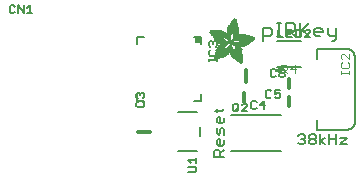
<source format=gbr>
G04 EAGLE Gerber RS-274X export*
G75*
%MOMM*%
%FSLAX34Y34*%
%LPD*%
%INSilkscreen Top*%
%IPPOS*%
%AMOC8*
5,1,8,0,0,1.08239X$1,22.5*%
G01*
%ADD10C,0.152400*%
%ADD11C,0.127000*%
%ADD12C,0.076200*%
%ADD13C,0.304800*%
%ADD14R,0.050800X0.006300*%
%ADD15R,0.082600X0.006400*%
%ADD16R,0.120600X0.006300*%
%ADD17R,0.139700X0.006400*%
%ADD18R,0.158800X0.006300*%
%ADD19R,0.177800X0.006400*%
%ADD20R,0.196800X0.006300*%
%ADD21R,0.215900X0.006400*%
%ADD22R,0.228600X0.006300*%
%ADD23R,0.241300X0.006400*%
%ADD24R,0.254000X0.006300*%
%ADD25R,0.266700X0.006400*%
%ADD26R,0.279400X0.006300*%
%ADD27R,0.285700X0.006400*%
%ADD28R,0.298400X0.006300*%
%ADD29R,0.311200X0.006400*%
%ADD30R,0.317500X0.006300*%
%ADD31R,0.330200X0.006400*%
%ADD32R,0.336600X0.006300*%
%ADD33R,0.349200X0.006400*%
%ADD34R,0.361900X0.006300*%
%ADD35R,0.368300X0.006400*%
%ADD36R,0.381000X0.006300*%
%ADD37R,0.387300X0.006400*%
%ADD38R,0.393700X0.006300*%
%ADD39R,0.406400X0.006400*%
%ADD40R,0.412700X0.006300*%
%ADD41R,0.419100X0.006400*%
%ADD42R,0.431800X0.006300*%
%ADD43R,0.438100X0.006400*%
%ADD44R,0.450800X0.006300*%
%ADD45R,0.457200X0.006400*%
%ADD46R,0.463500X0.006300*%
%ADD47R,0.476200X0.006400*%
%ADD48R,0.482600X0.006300*%
%ADD49R,0.488900X0.006400*%
%ADD50R,0.501600X0.006300*%
%ADD51R,0.508000X0.006400*%
%ADD52R,0.514300X0.006300*%
%ADD53R,0.527000X0.006400*%
%ADD54R,0.533400X0.006300*%
%ADD55R,0.546100X0.006400*%
%ADD56R,0.552400X0.006300*%
%ADD57R,0.558800X0.006400*%
%ADD58R,0.571500X0.006300*%
%ADD59R,0.577800X0.006400*%
%ADD60R,0.584200X0.006300*%
%ADD61R,0.596900X0.006400*%
%ADD62R,0.603200X0.006300*%
%ADD63R,0.609600X0.006400*%
%ADD64R,0.622300X0.006300*%
%ADD65R,0.628600X0.006400*%
%ADD66R,0.641300X0.006300*%
%ADD67R,0.647700X0.006400*%
%ADD68R,0.063500X0.006300*%
%ADD69R,0.654000X0.006300*%
%ADD70R,0.101600X0.006400*%
%ADD71R,0.666700X0.006400*%
%ADD72R,0.139700X0.006300*%
%ADD73R,0.673100X0.006300*%
%ADD74R,0.165100X0.006400*%
%ADD75R,0.679400X0.006400*%
%ADD76R,0.196900X0.006300*%
%ADD77R,0.692100X0.006300*%
%ADD78R,0.222200X0.006400*%
%ADD79R,0.698500X0.006400*%
%ADD80R,0.247700X0.006300*%
%ADD81R,0.704800X0.006300*%
%ADD82R,0.279400X0.006400*%
%ADD83R,0.717500X0.006400*%
%ADD84R,0.298500X0.006300*%
%ADD85R,0.723900X0.006300*%
%ADD86R,0.736600X0.006400*%
%ADD87R,0.342900X0.006300*%
%ADD88R,0.742900X0.006300*%
%ADD89R,0.374700X0.006400*%
%ADD90R,0.749300X0.006400*%
%ADD91R,0.762000X0.006300*%
%ADD92R,0.412700X0.006400*%
%ADD93R,0.768300X0.006400*%
%ADD94R,0.438100X0.006300*%
%ADD95R,0.774700X0.006300*%
%ADD96R,0.463600X0.006400*%
%ADD97R,0.787400X0.006400*%
%ADD98R,0.793700X0.006300*%
%ADD99R,0.495300X0.006400*%
%ADD100R,0.800100X0.006400*%
%ADD101R,0.520700X0.006300*%
%ADD102R,0.812800X0.006300*%
%ADD103R,0.533400X0.006400*%
%ADD104R,0.819100X0.006400*%
%ADD105R,0.558800X0.006300*%
%ADD106R,0.825500X0.006300*%
%ADD107R,0.577900X0.006400*%
%ADD108R,0.831800X0.006400*%
%ADD109R,0.596900X0.006300*%
%ADD110R,0.844500X0.006300*%
%ADD111R,0.616000X0.006400*%
%ADD112R,0.850900X0.006400*%
%ADD113R,0.635000X0.006300*%
%ADD114R,0.857200X0.006300*%
%ADD115R,0.654100X0.006400*%
%ADD116R,0.863600X0.006400*%
%ADD117R,0.666700X0.006300*%
%ADD118R,0.869900X0.006300*%
%ADD119R,0.685800X0.006400*%
%ADD120R,0.876300X0.006400*%
%ADD121R,0.882600X0.006300*%
%ADD122R,0.723900X0.006400*%
%ADD123R,0.889000X0.006400*%
%ADD124R,0.895300X0.006300*%
%ADD125R,0.755700X0.006400*%
%ADD126R,0.901700X0.006400*%
%ADD127R,0.908000X0.006300*%
%ADD128R,0.793800X0.006400*%
%ADD129R,0.914400X0.006400*%
%ADD130R,0.806400X0.006300*%
%ADD131R,0.920700X0.006300*%
%ADD132R,0.825500X0.006400*%
%ADD133R,0.927100X0.006400*%
%ADD134R,0.933400X0.006300*%
%ADD135R,0.857300X0.006400*%
%ADD136R,0.939800X0.006400*%
%ADD137R,0.870000X0.006300*%
%ADD138R,0.939800X0.006300*%
%ADD139R,0.946100X0.006400*%
%ADD140R,0.952500X0.006300*%
%ADD141R,0.908000X0.006400*%
%ADD142R,0.958800X0.006400*%
%ADD143R,0.965200X0.006300*%
%ADD144R,0.965200X0.006400*%
%ADD145R,0.971500X0.006300*%
%ADD146R,0.952500X0.006400*%
%ADD147R,0.977900X0.006400*%
%ADD148R,0.958800X0.006300*%
%ADD149R,0.984200X0.006300*%
%ADD150R,0.971500X0.006400*%
%ADD151R,0.984200X0.006400*%
%ADD152R,0.990600X0.006300*%
%ADD153R,0.984300X0.006400*%
%ADD154R,0.996900X0.006400*%
%ADD155R,0.997000X0.006300*%
%ADD156R,0.996900X0.006300*%
%ADD157R,1.003300X0.006400*%
%ADD158R,1.016000X0.006300*%
%ADD159R,1.009600X0.006300*%
%ADD160R,1.016000X0.006400*%
%ADD161R,1.009600X0.006400*%
%ADD162R,1.022300X0.006300*%
%ADD163R,1.028700X0.006400*%
%ADD164R,1.035100X0.006300*%
%ADD165R,1.047800X0.006400*%
%ADD166R,1.054100X0.006300*%
%ADD167R,1.028700X0.006300*%
%ADD168R,1.054100X0.006400*%
%ADD169R,1.035000X0.006400*%
%ADD170R,1.060400X0.006300*%
%ADD171R,1.035000X0.006300*%
%ADD172R,1.060500X0.006400*%
%ADD173R,1.041400X0.006400*%
%ADD174R,1.066800X0.006300*%
%ADD175R,1.041400X0.006300*%
%ADD176R,1.079500X0.006400*%
%ADD177R,1.047700X0.006400*%
%ADD178R,1.085900X0.006300*%
%ADD179R,1.047700X0.006300*%
%ADD180R,1.085800X0.006400*%
%ADD181R,1.092200X0.006300*%
%ADD182R,1.085900X0.006400*%
%ADD183R,1.098600X0.006300*%
%ADD184R,1.098600X0.006400*%
%ADD185R,1.060400X0.006400*%
%ADD186R,1.104900X0.006300*%
%ADD187R,1.104900X0.006400*%
%ADD188R,1.066800X0.006400*%
%ADD189R,1.111200X0.006300*%
%ADD190R,1.117600X0.006400*%
%ADD191R,1.117600X0.006300*%
%ADD192R,1.073100X0.006300*%
%ADD193R,1.073100X0.006400*%
%ADD194R,1.124000X0.006300*%
%ADD195R,1.079500X0.006300*%
%ADD196R,1.123900X0.006400*%
%ADD197R,1.130300X0.006300*%
%ADD198R,1.130300X0.006400*%
%ADD199R,1.136700X0.006400*%
%ADD200R,1.136700X0.006300*%
%ADD201R,1.085800X0.006300*%
%ADD202R,1.136600X0.006400*%
%ADD203R,1.136600X0.006300*%
%ADD204R,1.143000X0.006400*%
%ADD205R,1.143000X0.006300*%
%ADD206R,1.149400X0.006300*%
%ADD207R,1.149300X0.006300*%
%ADD208R,1.149300X0.006400*%
%ADD209R,1.149400X0.006400*%
%ADD210R,1.155700X0.006400*%
%ADD211R,1.155700X0.006300*%
%ADD212R,1.060500X0.006300*%
%ADD213R,2.197100X0.006400*%
%ADD214R,2.197100X0.006300*%
%ADD215R,2.184400X0.006300*%
%ADD216R,2.184400X0.006400*%
%ADD217R,2.171700X0.006400*%
%ADD218R,2.171700X0.006300*%
%ADD219R,1.530300X0.006400*%
%ADD220R,1.505000X0.006300*%
%ADD221R,1.492300X0.006400*%
%ADD222R,1.485900X0.006300*%
%ADD223R,0.565200X0.006300*%
%ADD224R,1.473200X0.006400*%
%ADD225R,0.565200X0.006400*%
%ADD226R,1.460500X0.006300*%
%ADD227R,1.454100X0.006400*%
%ADD228R,0.552400X0.006400*%
%ADD229R,1.441500X0.006300*%
%ADD230R,0.546100X0.006300*%
%ADD231R,1.435100X0.006400*%
%ADD232R,0.539800X0.006400*%
%ADD233R,1.428800X0.006300*%
%ADD234R,1.422400X0.006400*%
%ADD235R,1.409700X0.006300*%
%ADD236R,0.527100X0.006300*%
%ADD237R,1.403300X0.006400*%
%ADD238R,0.527100X0.006400*%
%ADD239R,1.390700X0.006300*%
%ADD240R,1.384300X0.006400*%
%ADD241R,0.520700X0.006400*%
%ADD242R,1.384300X0.006300*%
%ADD243R,0.514400X0.006300*%
%ADD244R,1.371600X0.006400*%
%ADD245R,1.365200X0.006300*%
%ADD246R,0.508000X0.006300*%
%ADD247R,1.352600X0.006400*%
%ADD248R,0.501700X0.006400*%
%ADD249R,0.711200X0.006300*%
%ADD250R,0.603300X0.006300*%
%ADD251R,0.501700X0.006300*%
%ADD252R,0.692100X0.006400*%
%ADD253R,0.571500X0.006400*%
%ADD254R,0.679400X0.006300*%
%ADD255R,0.495300X0.006300*%
%ADD256R,0.673100X0.006400*%
%ADD257R,0.666800X0.006300*%
%ADD258R,0.488900X0.006300*%
%ADD259R,0.660400X0.006400*%
%ADD260R,0.482600X0.006400*%
%ADD261R,0.476200X0.006300*%
%ADD262R,0.654000X0.006400*%
%ADD263R,0.469900X0.006400*%
%ADD264R,0.476300X0.006400*%
%ADD265R,0.647700X0.006300*%
%ADD266R,0.457200X0.006300*%
%ADD267R,0.469900X0.006300*%
%ADD268R,0.641300X0.006400*%
%ADD269R,0.444500X0.006400*%
%ADD270R,0.463600X0.006300*%
%ADD271R,0.635000X0.006400*%
%ADD272R,0.463500X0.006400*%
%ADD273R,0.393700X0.006400*%
%ADD274R,0.450800X0.006400*%
%ADD275R,0.628600X0.006300*%
%ADD276R,0.387400X0.006300*%
%ADD277R,0.450900X0.006300*%
%ADD278R,0.628700X0.006400*%
%ADD279R,0.374600X0.006400*%
%ADD280R,0.368300X0.006300*%
%ADD281R,0.438200X0.006300*%
%ADD282R,0.622300X0.006400*%
%ADD283R,0.355600X0.006400*%
%ADD284R,0.431800X0.006400*%
%ADD285R,0.349300X0.006300*%
%ADD286R,0.425400X0.006300*%
%ADD287R,0.615900X0.006300*%
%ADD288R,0.330200X0.006300*%
%ADD289R,0.419100X0.006300*%
%ADD290R,0.616000X0.006300*%
%ADD291R,0.311200X0.006300*%
%ADD292R,0.406400X0.006300*%
%ADD293R,0.615900X0.006400*%
%ADD294R,0.304800X0.006400*%
%ADD295R,0.158800X0.006400*%
%ADD296R,0.609600X0.006300*%
%ADD297R,0.292100X0.006300*%
%ADD298R,0.235000X0.006300*%
%ADD299R,0.387400X0.006400*%
%ADD300R,0.292100X0.006400*%
%ADD301R,0.336500X0.006300*%
%ADD302R,0.260400X0.006300*%
%ADD303R,0.603300X0.006400*%
%ADD304R,0.260400X0.006400*%
%ADD305R,0.362000X0.006400*%
%ADD306R,0.450900X0.006400*%
%ADD307R,0.355600X0.006300*%
%ADD308R,0.342900X0.006400*%
%ADD309R,0.514300X0.006400*%
%ADD310R,0.234900X0.006300*%
%ADD311R,0.539700X0.006300*%
%ADD312R,0.603200X0.006400*%
%ADD313R,0.234900X0.006400*%
%ADD314R,0.920700X0.006400*%
%ADD315R,0.958900X0.006400*%
%ADD316R,0.215900X0.006300*%
%ADD317R,0.209600X0.006400*%
%ADD318R,0.203200X0.006300*%
%ADD319R,1.003300X0.006300*%
%ADD320R,0.203200X0.006400*%
%ADD321R,0.196900X0.006400*%
%ADD322R,0.190500X0.006300*%
%ADD323R,0.190500X0.006400*%
%ADD324R,0.184200X0.006300*%
%ADD325R,0.590500X0.006400*%
%ADD326R,0.184200X0.006400*%
%ADD327R,0.590500X0.006300*%
%ADD328R,0.177800X0.006300*%
%ADD329R,0.584200X0.006400*%
%ADD330R,1.168400X0.006400*%
%ADD331R,0.171500X0.006300*%
%ADD332R,1.187500X0.006300*%
%ADD333R,1.200100X0.006400*%
%ADD334R,0.577800X0.006300*%
%ADD335R,1.212900X0.006300*%
%ADD336R,1.231900X0.006400*%
%ADD337R,1.250900X0.006300*%
%ADD338R,0.565100X0.006400*%
%ADD339R,0.184100X0.006400*%
%ADD340R,1.263700X0.006400*%
%ADD341R,0.565100X0.006300*%
%ADD342R,1.289100X0.006300*%
%ADD343R,1.314400X0.006400*%
%ADD344R,0.552500X0.006300*%
%ADD345R,1.568500X0.006300*%
%ADD346R,0.552500X0.006400*%
%ADD347R,1.581200X0.006400*%
%ADD348R,1.593800X0.006300*%
%ADD349R,1.606500X0.006400*%
%ADD350R,1.619300X0.006300*%
%ADD351R,0.514400X0.006400*%
%ADD352R,1.638300X0.006400*%
%ADD353R,1.657300X0.006300*%
%ADD354R,2.209800X0.006400*%
%ADD355R,2.425700X0.006300*%
%ADD356R,2.470100X0.006400*%
%ADD357R,2.501900X0.006300*%
%ADD358R,2.533700X0.006400*%
%ADD359R,2.559000X0.006300*%
%ADD360R,2.584500X0.006400*%
%ADD361R,2.609900X0.006300*%
%ADD362R,2.628900X0.006400*%
%ADD363R,2.660600X0.006300*%
%ADD364R,2.673400X0.006400*%
%ADD365R,1.422400X0.006300*%
%ADD366R,1.200200X0.006300*%
%ADD367R,1.365300X0.006300*%
%ADD368R,1.365300X0.006400*%
%ADD369R,1.352500X0.006300*%
%ADD370R,1.098500X0.006300*%
%ADD371R,1.358900X0.006400*%
%ADD372R,1.352600X0.006300*%
%ADD373R,1.358900X0.006300*%
%ADD374R,1.371600X0.006300*%
%ADD375R,1.377900X0.006400*%
%ADD376R,1.397000X0.006400*%
%ADD377R,1.403300X0.006300*%
%ADD378R,0.914400X0.006300*%
%ADD379R,0.876300X0.006300*%
%ADD380R,0.374600X0.006300*%
%ADD381R,1.073200X0.006400*%
%ADD382R,0.374700X0.006300*%
%ADD383R,0.844600X0.006400*%
%ADD384R,0.844600X0.006300*%
%ADD385R,0.831900X0.006400*%
%ADD386R,1.092200X0.006400*%
%ADD387R,0.400000X0.006300*%
%ADD388R,0.819200X0.006400*%
%ADD389R,1.111300X0.006400*%
%ADD390R,0.812800X0.006400*%
%ADD391R,0.800100X0.006300*%
%ADD392R,0.476300X0.006300*%
%ADD393R,1.181100X0.006300*%
%ADD394R,0.501600X0.006400*%
%ADD395R,1.193800X0.006400*%
%ADD396R,0.781000X0.006400*%
%ADD397R,1.238200X0.006400*%
%ADD398R,0.781100X0.006300*%
%ADD399R,1.257300X0.006300*%
%ADD400R,1.295400X0.006400*%
%ADD401R,1.333500X0.006300*%
%ADD402R,0.774700X0.006400*%
%ADD403R,1.866900X0.006400*%
%ADD404R,0.209600X0.006300*%
%ADD405R,1.866900X0.006300*%
%ADD406R,0.768400X0.006400*%
%ADD407R,0.209500X0.006400*%
%ADD408R,1.860600X0.006400*%
%ADD409R,0.762000X0.006400*%
%ADD410R,0.768400X0.006300*%
%ADD411R,1.860600X0.006300*%
%ADD412R,1.860500X0.006400*%
%ADD413R,0.222300X0.006300*%
%ADD414R,1.854200X0.006300*%
%ADD415R,0.235000X0.006400*%
%ADD416R,1.854200X0.006400*%
%ADD417R,0.768300X0.006300*%
%ADD418R,0.260300X0.006400*%
%ADD419R,1.847800X0.006400*%
%ADD420R,0.266700X0.006300*%
%ADD421R,1.847800X0.006300*%
%ADD422R,0.273100X0.006400*%
%ADD423R,1.841500X0.006400*%
%ADD424R,0.285800X0.006300*%
%ADD425R,1.841500X0.006300*%
%ADD426R,0.298500X0.006400*%
%ADD427R,1.835100X0.006400*%
%ADD428R,0.781000X0.006300*%
%ADD429R,0.304800X0.006300*%
%ADD430R,1.835100X0.006300*%
%ADD431R,0.317500X0.006400*%
%ADD432R,1.828800X0.006400*%
%ADD433R,0.787400X0.006300*%
%ADD434R,0.323800X0.006300*%
%ADD435R,1.828800X0.006300*%
%ADD436R,0.793700X0.006400*%
%ADD437R,1.822400X0.006400*%
%ADD438R,0.806500X0.006300*%
%ADD439R,1.822400X0.006300*%
%ADD440R,1.816100X0.006400*%
%ADD441R,0.819100X0.006300*%
%ADD442R,0.387300X0.006300*%
%ADD443R,1.816100X0.006300*%
%ADD444R,1.809800X0.006400*%
%ADD445R,1.803400X0.006300*%
%ADD446R,1.797000X0.006400*%
%ADD447R,0.901700X0.006300*%
%ADD448R,1.797000X0.006300*%
%ADD449R,1.441400X0.006400*%
%ADD450R,1.790700X0.006400*%
%ADD451R,1.447800X0.006300*%
%ADD452R,1.784300X0.006300*%
%ADD453R,1.447800X0.006400*%
%ADD454R,1.784300X0.006400*%
%ADD455R,1.454100X0.006300*%
%ADD456R,1.771700X0.006300*%
%ADD457R,1.460500X0.006400*%
%ADD458R,1.759000X0.006400*%
%ADD459R,1.466800X0.006300*%
%ADD460R,1.752600X0.006300*%
%ADD461R,1.466800X0.006400*%
%ADD462R,1.739900X0.006400*%
%ADD463R,1.473200X0.006300*%
%ADD464R,1.727200X0.006300*%
%ADD465R,1.479500X0.006400*%
%ADD466R,1.714500X0.006400*%
%ADD467R,1.695400X0.006300*%
%ADD468R,1.485900X0.006400*%
%ADD469R,1.682700X0.006400*%
%ADD470R,1.492200X0.006300*%
%ADD471R,1.663700X0.006300*%
%ADD472R,1.498600X0.006400*%
%ADD473R,1.644600X0.006400*%
%ADD474R,1.498600X0.006300*%
%ADD475R,1.619200X0.006300*%
%ADD476R,1.511300X0.006400*%
%ADD477R,1.600200X0.006400*%
%ADD478R,1.517700X0.006300*%
%ADD479R,1.574800X0.006300*%
%ADD480R,1.524000X0.006400*%
%ADD481R,1.555800X0.006400*%
%ADD482R,1.524000X0.006300*%
%ADD483R,1.536700X0.006300*%
%ADD484R,1.530400X0.006400*%
%ADD485R,1.517700X0.006400*%
%ADD486R,1.492300X0.006300*%
%ADD487R,1.549400X0.006400*%
%ADD488R,1.479600X0.006400*%
%ADD489R,1.549400X0.006300*%
%ADD490R,1.555700X0.006400*%
%ADD491R,1.562100X0.006300*%
%ADD492R,0.323900X0.006300*%
%ADD493R,1.568400X0.006400*%
%ADD494R,0.336600X0.006400*%
%ADD495R,1.587500X0.006300*%
%ADD496R,0.971600X0.006300*%
%ADD497R,0.349300X0.006400*%
%ADD498R,1.600200X0.006300*%
%ADD499R,0.920800X0.006300*%
%ADD500R,0.882700X0.006400*%
%ADD501R,1.612900X0.006300*%
%ADD502R,0.362000X0.006300*%
%ADD503R,1.625600X0.006400*%
%ADD504R,1.625600X0.006300*%
%ADD505R,1.644600X0.006300*%
%ADD506R,0.736600X0.006300*%
%ADD507R,0.717600X0.006400*%
%ADD508R,1.657400X0.006300*%
%ADD509R,0.679500X0.006300*%
%ADD510R,1.663700X0.006400*%
%ADD511R,0.400000X0.006400*%
%ADD512R,1.676400X0.006300*%
%ADD513R,1.676400X0.006400*%
%ADD514R,0.425500X0.006400*%
%ADD515R,1.352500X0.006400*%
%ADD516R,0.444500X0.006300*%
%ADD517R,0.361900X0.006400*%
%ADD518R,0.088900X0.006300*%
%ADD519R,1.009700X0.006300*%
%ADD520R,1.009700X0.006400*%
%ADD521R,1.022300X0.006400*%
%ADD522R,1.346200X0.006400*%
%ADD523R,1.346200X0.006300*%
%ADD524R,1.339900X0.006400*%
%ADD525R,1.035100X0.006400*%
%ADD526R,1.339800X0.006300*%
%ADD527R,1.333500X0.006400*%
%ADD528R,1.327200X0.006400*%
%ADD529R,1.320800X0.006300*%
%ADD530R,1.314500X0.006400*%
%ADD531R,1.314400X0.006300*%
%ADD532R,1.301700X0.006400*%
%ADD533R,1.295400X0.006300*%
%ADD534R,1.289000X0.006400*%
%ADD535R,1.276300X0.006300*%
%ADD536R,1.251000X0.006300*%
%ADD537R,1.244600X0.006400*%
%ADD538R,1.231900X0.006300*%
%ADD539R,1.212800X0.006400*%
%ADD540R,1.200100X0.006300*%
%ADD541R,1.187400X0.006400*%
%ADD542R,1.168400X0.006300*%
%ADD543R,1.047800X0.006300*%
%ADD544R,0.977900X0.006300*%
%ADD545R,0.946200X0.006400*%
%ADD546R,0.933400X0.006400*%
%ADD547R,0.895300X0.006400*%
%ADD548R,0.882700X0.006300*%
%ADD549R,0.863600X0.006300*%
%ADD550R,0.857200X0.006400*%
%ADD551R,0.850900X0.006300*%
%ADD552R,0.838200X0.006300*%
%ADD553R,0.806500X0.006400*%
%ADD554R,0.717600X0.006300*%
%ADD555R,0.711200X0.006400*%
%ADD556R,0.641400X0.006400*%
%ADD557R,0.641400X0.006300*%
%ADD558R,0.628700X0.006300*%
%ADD559R,0.590600X0.006300*%
%ADD560R,0.539700X0.006400*%
%ADD561R,0.285700X0.006300*%
%ADD562R,0.222200X0.006300*%
%ADD563R,0.171400X0.006300*%
%ADD564R,0.152400X0.006400*%
%ADD565R,0.133400X0.006300*%
%ADD566C,0.203200*%
%ADD567R,0.500000X0.500000*%


D10*
X214122Y101174D02*
X214122Y112359D01*
X219715Y112359D01*
X221579Y110495D01*
X221579Y106766D01*
X219715Y104902D01*
X214122Y104902D01*
X225816Y104902D02*
X229544Y104902D01*
X227680Y104902D02*
X227680Y116088D01*
X225816Y116088D02*
X229544Y116088D01*
X233612Y116088D02*
X233612Y104902D01*
X233612Y116088D02*
X239205Y116088D01*
X241069Y114223D01*
X241069Y110495D01*
X239205Y108631D01*
X233612Y108631D01*
X237340Y108631D02*
X241069Y104902D01*
X245306Y104902D02*
X245306Y116088D01*
X245306Y108631D02*
X252763Y116088D01*
X247170Y110495D02*
X252763Y104902D01*
X258864Y104902D02*
X262593Y104902D01*
X258864Y104902D02*
X257000Y106766D01*
X257000Y110495D01*
X258864Y112359D01*
X262593Y112359D01*
X264457Y110495D01*
X264457Y108631D01*
X257000Y108631D01*
X268694Y106766D02*
X268694Y112359D01*
X268694Y106766D02*
X270558Y104902D01*
X276151Y104902D01*
X276151Y103038D02*
X276151Y112359D01*
X276151Y103038D02*
X274287Y101174D01*
X272422Y101174D01*
X180848Y3063D02*
X172205Y3063D01*
X172205Y7385D01*
X173645Y8825D01*
X176526Y8825D01*
X177967Y7385D01*
X177967Y3063D01*
X177967Y5944D02*
X180848Y8825D01*
X180848Y13859D02*
X180848Y16740D01*
X180848Y13859D02*
X179407Y12418D01*
X176526Y12418D01*
X175086Y13859D01*
X175086Y16740D01*
X176526Y18181D01*
X177967Y18181D01*
X177967Y12418D01*
X180848Y21774D02*
X180848Y26095D01*
X179407Y27536D01*
X177967Y26095D01*
X177967Y23214D01*
X176526Y21774D01*
X175086Y23214D01*
X175086Y27536D01*
X180848Y32569D02*
X180848Y35450D01*
X180848Y32569D02*
X179407Y31129D01*
X176526Y31129D01*
X175086Y32569D01*
X175086Y35450D01*
X176526Y36891D01*
X177967Y36891D01*
X177967Y31129D01*
X179407Y41925D02*
X173645Y41925D01*
X179407Y41925D02*
X180848Y43365D01*
X175086Y43365D02*
X175086Y40484D01*
X243584Y20665D02*
X245024Y22105D01*
X247905Y22105D01*
X249346Y20665D01*
X249346Y19224D01*
X247905Y17784D01*
X246465Y17784D01*
X247905Y17784D02*
X249346Y16343D01*
X249346Y14903D01*
X247905Y13462D01*
X245024Y13462D01*
X243584Y14903D01*
X252939Y20665D02*
X254379Y22105D01*
X257261Y22105D01*
X258701Y20665D01*
X258701Y19224D01*
X257261Y17784D01*
X258701Y16343D01*
X258701Y14903D01*
X257261Y13462D01*
X254379Y13462D01*
X252939Y14903D01*
X252939Y16343D01*
X254379Y17784D01*
X252939Y19224D01*
X252939Y20665D01*
X254379Y17784D02*
X257261Y17784D01*
X262294Y22105D02*
X262294Y13462D01*
X262294Y16343D02*
X266616Y13462D01*
X262294Y16343D02*
X266616Y19224D01*
X270090Y22105D02*
X270090Y13462D01*
X270090Y17784D02*
X275852Y17784D01*
X275852Y22105D02*
X275852Y13462D01*
X279445Y19224D02*
X285207Y19224D01*
X279445Y13462D01*
X285207Y13462D01*
X3898Y130095D02*
X2797Y131197D01*
X594Y131197D01*
X-508Y130095D01*
X-508Y125689D01*
X594Y124587D01*
X2797Y124587D01*
X3898Y125689D01*
X6976Y124587D02*
X6976Y131197D01*
X11383Y124587D01*
X11383Y131197D01*
X14460Y128993D02*
X16664Y131197D01*
X16664Y124587D01*
X18867Y124587D02*
X14460Y124587D01*
D11*
X259630Y94000D02*
X285630Y94000D01*
X285782Y93998D01*
X285934Y93992D01*
X286086Y93983D01*
X286237Y93969D01*
X286388Y93952D01*
X286539Y93931D01*
X286689Y93906D01*
X286838Y93877D01*
X286986Y93845D01*
X287134Y93808D01*
X287281Y93769D01*
X287426Y93725D01*
X287571Y93677D01*
X287714Y93627D01*
X287856Y93572D01*
X287996Y93514D01*
X288135Y93452D01*
X288272Y93387D01*
X288408Y93318D01*
X288542Y93246D01*
X288674Y93171D01*
X288804Y93092D01*
X288932Y93010D01*
X289058Y92925D01*
X289181Y92836D01*
X289303Y92745D01*
X289422Y92650D01*
X289538Y92553D01*
X289652Y92452D01*
X289764Y92349D01*
X289873Y92243D01*
X289979Y92134D01*
X290082Y92022D01*
X290183Y91908D01*
X290280Y91792D01*
X290375Y91673D01*
X290466Y91551D01*
X290555Y91428D01*
X290640Y91302D01*
X290722Y91174D01*
X290801Y91044D01*
X290876Y90912D01*
X290948Y90778D01*
X291017Y90642D01*
X291082Y90505D01*
X291144Y90366D01*
X291202Y90226D01*
X291257Y90084D01*
X291307Y89941D01*
X291355Y89796D01*
X291399Y89651D01*
X291438Y89504D01*
X291475Y89356D01*
X291507Y89208D01*
X291536Y89059D01*
X291561Y88909D01*
X291582Y88758D01*
X291599Y88607D01*
X291613Y88456D01*
X291622Y88304D01*
X291628Y88152D01*
X291630Y88000D01*
X291630Y32000D01*
X291628Y31848D01*
X291622Y31696D01*
X291613Y31544D01*
X291599Y31393D01*
X291582Y31242D01*
X291561Y31091D01*
X291536Y30941D01*
X291507Y30792D01*
X291475Y30644D01*
X291438Y30496D01*
X291399Y30349D01*
X291355Y30204D01*
X291307Y30059D01*
X291257Y29916D01*
X291202Y29774D01*
X291144Y29634D01*
X291082Y29495D01*
X291017Y29358D01*
X290948Y29222D01*
X290876Y29088D01*
X290801Y28956D01*
X290722Y28826D01*
X290640Y28698D01*
X290555Y28572D01*
X290466Y28449D01*
X290375Y28327D01*
X290280Y28208D01*
X290183Y28092D01*
X290082Y27978D01*
X289979Y27866D01*
X289873Y27757D01*
X289764Y27651D01*
X289652Y27548D01*
X289538Y27447D01*
X289422Y27350D01*
X289303Y27255D01*
X289181Y27164D01*
X289058Y27075D01*
X288932Y26990D01*
X288804Y26908D01*
X288674Y26829D01*
X288542Y26754D01*
X288408Y26682D01*
X288272Y26613D01*
X288135Y26548D01*
X287996Y26486D01*
X287856Y26428D01*
X287714Y26373D01*
X287571Y26323D01*
X287426Y26275D01*
X287281Y26231D01*
X287134Y26192D01*
X286986Y26155D01*
X286838Y26123D01*
X286689Y26094D01*
X286539Y26069D01*
X286388Y26048D01*
X286237Y26031D01*
X286086Y26017D01*
X285934Y26008D01*
X285782Y26002D01*
X285630Y26000D01*
X259630Y26000D01*
X259630Y34000D01*
X259630Y86000D02*
X259630Y94000D01*
D12*
X287249Y75338D02*
X287249Y72881D01*
X287249Y74110D02*
X279877Y74110D01*
X279877Y75338D02*
X279877Y72881D01*
X279877Y81557D02*
X281105Y82785D01*
X279877Y81557D02*
X279877Y79099D01*
X281105Y77870D01*
X286020Y77870D01*
X287249Y79099D01*
X287249Y81557D01*
X286020Y82785D01*
X287249Y85355D02*
X287249Y90269D01*
X287249Y85355D02*
X282334Y90269D01*
X281105Y90269D01*
X279877Y89041D01*
X279877Y86583D01*
X281105Y85355D01*
D13*
X235730Y68790D02*
X235730Y60790D01*
D12*
X229721Y73561D02*
X229721Y80933D01*
X233407Y80933D01*
X234636Y79705D01*
X234636Y77247D01*
X233407Y76018D01*
X229721Y76018D01*
X232178Y76018D02*
X234636Y73561D01*
X240891Y73561D02*
X240891Y80933D01*
X237205Y77247D01*
X242120Y77247D01*
D14*
X195548Y81471D03*
D15*
X195580Y81534D03*
D16*
X195580Y81598D03*
D17*
X195549Y81661D03*
D18*
X195580Y81725D03*
D19*
X195548Y81788D03*
D20*
X195580Y81852D03*
D21*
X195549Y81915D03*
D22*
X195548Y81979D03*
D23*
X195485Y82042D03*
D24*
X195485Y82106D03*
D25*
X195422Y82169D03*
D26*
X195421Y82233D03*
D27*
X195390Y82296D03*
D28*
X195326Y82360D03*
D29*
X195326Y82423D03*
D30*
X195295Y82487D03*
D31*
X195231Y82550D03*
D32*
X195199Y82614D03*
D33*
X195199Y82677D03*
D34*
X195136Y82741D03*
D35*
X195104Y82804D03*
D36*
X195040Y82868D03*
D37*
X195009Y82931D03*
D38*
X194977Y82995D03*
D39*
X194913Y83058D03*
D40*
X194882Y83122D03*
D41*
X194850Y83185D03*
D42*
X194786Y83249D03*
D43*
X194755Y83312D03*
D44*
X194691Y83376D03*
D45*
X194659Y83439D03*
D46*
X194628Y83503D03*
D47*
X194564Y83566D03*
D48*
X194532Y83630D03*
D49*
X194501Y83693D03*
D50*
X194437Y83757D03*
D51*
X194405Y83820D03*
D52*
X194374Y83884D03*
D53*
X194310Y83947D03*
D54*
X194278Y84011D03*
D55*
X194215Y84074D03*
D56*
X194183Y84138D03*
D57*
X194151Y84201D03*
D58*
X194088Y84265D03*
D59*
X194056Y84328D03*
D60*
X194024Y84392D03*
D61*
X193961Y84455D03*
D62*
X193929Y84519D03*
D63*
X193897Y84582D03*
D64*
X193834Y84646D03*
D65*
X193802Y84709D03*
D66*
X193739Y84773D03*
D67*
X193707Y84836D03*
D68*
X173895Y84900D03*
D69*
X193675Y84900D03*
D70*
X173895Y84963D03*
D71*
X193612Y84963D03*
D72*
X173959Y85027D03*
D73*
X193580Y85027D03*
D74*
X174022Y85090D03*
D75*
X193548Y85090D03*
D76*
X174054Y85154D03*
D77*
X193485Y85154D03*
D78*
X174117Y85217D03*
D79*
X193453Y85217D03*
D80*
X174181Y85281D03*
D81*
X193421Y85281D03*
D82*
X174276Y85344D03*
D83*
X193358Y85344D03*
D84*
X174308Y85408D03*
D85*
X193326Y85408D03*
D31*
X174403Y85471D03*
D86*
X193262Y85471D03*
D87*
X174467Y85535D03*
D88*
X193231Y85535D03*
D89*
X174562Y85598D03*
D90*
X193199Y85598D03*
D38*
X174657Y85662D03*
D91*
X193135Y85662D03*
D92*
X174689Y85725D03*
D93*
X193104Y85725D03*
D94*
X174816Y85789D03*
D95*
X193072Y85789D03*
D96*
X174879Y85852D03*
D97*
X193008Y85852D03*
D48*
X174974Y85916D03*
D98*
X192977Y85916D03*
D99*
X175038Y85979D03*
D100*
X192945Y85979D03*
D101*
X175165Y86043D03*
D102*
X192881Y86043D03*
D103*
X175228Y86106D03*
D104*
X192850Y86106D03*
D105*
X175355Y86170D03*
D106*
X192818Y86170D03*
D107*
X175451Y86233D03*
D108*
X192786Y86233D03*
D109*
X175546Y86297D03*
D110*
X192723Y86297D03*
D111*
X175641Y86360D03*
D112*
X192691Y86360D03*
D113*
X175736Y86424D03*
D114*
X192659Y86424D03*
D115*
X175832Y86487D03*
D116*
X192627Y86487D03*
D117*
X175959Y86551D03*
D118*
X192596Y86551D03*
D119*
X176054Y86614D03*
D120*
X192564Y86614D03*
D81*
X176149Y86678D03*
D121*
X192532Y86678D03*
D122*
X176245Y86741D03*
D123*
X192500Y86741D03*
D88*
X176340Y86805D03*
D124*
X192469Y86805D03*
D125*
X176467Y86868D03*
D126*
X192437Y86868D03*
D95*
X176562Y86932D03*
D127*
X192405Y86932D03*
D128*
X176657Y86995D03*
D129*
X192373Y86995D03*
D130*
X176784Y87059D03*
D131*
X192342Y87059D03*
D132*
X176880Y87122D03*
D133*
X192310Y87122D03*
D110*
X176975Y87186D03*
D134*
X192278Y87186D03*
D135*
X177102Y87249D03*
D136*
X192246Y87249D03*
D137*
X177165Y87313D03*
D138*
X192246Y87313D03*
D123*
X177260Y87376D03*
D139*
X192215Y87376D03*
D124*
X177356Y87440D03*
D140*
X192183Y87440D03*
D141*
X177419Y87503D03*
D142*
X192151Y87503D03*
D131*
X177483Y87567D03*
D143*
X192119Y87567D03*
D133*
X177578Y87630D03*
D144*
X192119Y87630D03*
D138*
X177641Y87694D03*
D145*
X192088Y87694D03*
D146*
X177705Y87757D03*
D147*
X192056Y87757D03*
D148*
X177800Y87821D03*
D149*
X192024Y87821D03*
D150*
X177864Y87884D03*
D151*
X192024Y87884D03*
D149*
X177927Y87948D03*
D152*
X191992Y87948D03*
D153*
X177991Y88011D03*
D154*
X191961Y88011D03*
D155*
X178054Y88075D03*
D156*
X191961Y88075D03*
D157*
X178086Y88138D03*
X191929Y88138D03*
D158*
X178149Y88202D03*
D159*
X191897Y88202D03*
D160*
X178213Y88265D03*
D161*
X191897Y88265D03*
D162*
X178245Y88329D03*
D158*
X191865Y88329D03*
D163*
X178340Y88392D03*
D160*
X191865Y88392D03*
D164*
X178372Y88456D03*
D162*
X191834Y88456D03*
D165*
X178435Y88519D03*
D163*
X191802Y88519D03*
D166*
X178467Y88583D03*
D167*
X191802Y88583D03*
D168*
X178531Y88646D03*
D169*
X191770Y88646D03*
D170*
X178562Y88710D03*
D171*
X191770Y88710D03*
D172*
X178626Y88773D03*
D173*
X191738Y88773D03*
D174*
X178657Y88837D03*
D175*
X191738Y88837D03*
D176*
X178721Y88900D03*
D177*
X191707Y88900D03*
D178*
X178753Y88964D03*
D179*
X191707Y88964D03*
D180*
X178816Y89027D03*
D168*
X191675Y89027D03*
D181*
X178848Y89091D03*
D166*
X191675Y89091D03*
D182*
X178880Y89154D03*
D168*
X191675Y89154D03*
D183*
X178943Y89218D03*
D170*
X191643Y89218D03*
D184*
X178943Y89281D03*
D185*
X191643Y89281D03*
D186*
X178975Y89345D03*
D174*
X191611Y89345D03*
D187*
X179039Y89408D03*
D188*
X191611Y89408D03*
D189*
X179070Y89472D03*
D174*
X191611Y89472D03*
D190*
X179102Y89535D03*
D188*
X191611Y89535D03*
D191*
X179165Y89599D03*
D192*
X191580Y89599D03*
D190*
X179165Y89662D03*
D193*
X191580Y89662D03*
D194*
X179197Y89726D03*
D195*
X191548Y89726D03*
D196*
X179261Y89789D03*
D176*
X191548Y89789D03*
D197*
X179293Y89853D03*
D195*
X191548Y89853D03*
D198*
X179293Y89916D03*
D176*
X191548Y89916D03*
D197*
X179356Y89980D03*
D195*
X191548Y89980D03*
D199*
X179388Y90043D03*
D180*
X191516Y90043D03*
D200*
X179388Y90107D03*
D201*
X191516Y90107D03*
D202*
X179451Y90170D03*
D176*
X191485Y90170D03*
D203*
X179451Y90234D03*
D195*
X191485Y90234D03*
D204*
X179483Y90297D03*
D182*
X191453Y90297D03*
D205*
X179546Y90361D03*
D178*
X191453Y90361D03*
D204*
X179546Y90424D03*
D182*
X191453Y90424D03*
D206*
X179578Y90488D03*
D178*
X191453Y90488D03*
D204*
X179610Y90551D03*
D182*
X191453Y90551D03*
D207*
X179642Y90615D03*
D178*
X191453Y90615D03*
D208*
X179642Y90678D03*
D182*
X191453Y90678D03*
D206*
X179705Y90742D03*
D178*
X191453Y90742D03*
D209*
X179705Y90805D03*
D182*
X191453Y90805D03*
D206*
X179705Y90869D03*
D201*
X191389Y90869D03*
D208*
X179769Y90932D03*
D180*
X191389Y90932D03*
D207*
X179769Y90996D03*
D201*
X191389Y90996D03*
D210*
X179801Y91059D03*
D180*
X191389Y91059D03*
D206*
X179832Y91123D03*
D201*
X191389Y91123D03*
D209*
X179832Y91186D03*
D180*
X191389Y91186D03*
D211*
X179864Y91250D03*
D201*
X191389Y91250D03*
D208*
X179896Y91313D03*
D180*
X191389Y91313D03*
D207*
X179896Y91377D03*
D195*
X191358Y91377D03*
D210*
X179928Y91440D03*
D176*
X191358Y91440D03*
D206*
X179959Y91504D03*
D195*
X191358Y91504D03*
D209*
X179959Y91567D03*
D176*
X191358Y91567D03*
D206*
X179959Y91631D03*
D195*
X191358Y91631D03*
D208*
X180023Y91694D03*
D193*
X191326Y91694D03*
D207*
X180023Y91758D03*
D192*
X191326Y91758D03*
D208*
X180023Y91821D03*
D188*
X191357Y91821D03*
D206*
X180086Y91885D03*
D174*
X191357Y91885D03*
D209*
X180086Y91948D03*
D188*
X191357Y91948D03*
D206*
X180086Y92012D03*
D212*
X191326Y92012D03*
D204*
X180118Y92075D03*
D172*
X191326Y92075D03*
D207*
X180150Y92139D03*
D212*
X191326Y92139D03*
D208*
X180150Y92202D03*
D168*
X191294Y92202D03*
D205*
X180181Y92266D03*
D166*
X191294Y92266D03*
D209*
X180213Y92329D03*
D168*
X191294Y92329D03*
D206*
X180213Y92393D03*
D166*
X191294Y92393D03*
D213*
X185516Y92456D03*
D214*
X185516Y92520D03*
D213*
X185516Y92583D03*
D215*
X185515Y92647D03*
D216*
X185515Y92710D03*
D215*
X185515Y92774D03*
D217*
X185516Y92837D03*
D218*
X185516Y92901D03*
D219*
X182309Y92964D03*
D61*
X193326Y92964D03*
D220*
X182245Y93028D03*
D60*
X193389Y93028D03*
D221*
X182182Y93091D03*
D59*
X193421Y93091D03*
D222*
X182150Y93155D03*
D223*
X193421Y93155D03*
D224*
X182086Y93218D03*
D225*
X193421Y93218D03*
D226*
X182087Y93282D03*
D56*
X193421Y93282D03*
D227*
X182055Y93345D03*
D228*
X193421Y93345D03*
D229*
X182055Y93409D03*
D230*
X193390Y93409D03*
D231*
X182023Y93472D03*
D232*
X193421Y93472D03*
D233*
X181991Y93536D03*
D54*
X193389Y93536D03*
D234*
X181959Y93599D03*
D103*
X193389Y93599D03*
D235*
X181960Y93663D03*
D236*
X193358Y93663D03*
D237*
X181928Y93726D03*
D238*
X193358Y93726D03*
D239*
X181928Y93790D03*
D101*
X193326Y93790D03*
D240*
X181896Y93853D03*
D241*
X193326Y93853D03*
D242*
X181896Y93917D03*
D243*
X193294Y93917D03*
D244*
X181896Y93980D03*
D51*
X193262Y93980D03*
D245*
X181864Y94044D03*
D246*
X193262Y94044D03*
D247*
X181864Y94107D03*
D248*
X193231Y94107D03*
D249*
X178657Y94171D03*
D250*
X185611Y94171D03*
D251*
X193231Y94171D03*
D252*
X178626Y94234D03*
D253*
X185706Y94234D03*
D99*
X193199Y94234D03*
D254*
X178562Y94298D03*
D230*
X185770Y94298D03*
D255*
X193136Y94298D03*
D256*
X178594Y94361D03*
D103*
X185833Y94361D03*
D49*
X193104Y94361D03*
D257*
X178562Y94425D03*
D52*
X185865Y94425D03*
D258*
X193104Y94425D03*
D259*
X178530Y94488D03*
D99*
X185897Y94488D03*
D260*
X193072Y94488D03*
D69*
X178562Y94552D03*
D48*
X185960Y94552D03*
D261*
X193040Y94552D03*
D262*
X178562Y94615D03*
D263*
X185960Y94615D03*
D264*
X192977Y94615D03*
D265*
X178594Y94679D03*
D266*
X186023Y94679D03*
D267*
X192945Y94679D03*
D268*
X178626Y94742D03*
D269*
X186024Y94742D03*
D263*
X192945Y94742D03*
D66*
X178626Y94806D03*
D42*
X186087Y94806D03*
D270*
X192913Y94806D03*
D271*
X178657Y94869D03*
D41*
X186087Y94869D03*
D272*
X192850Y94869D03*
D113*
X178657Y94933D03*
D40*
X186119Y94933D03*
D266*
X192818Y94933D03*
D65*
X178689Y94996D03*
D273*
X186151Y94996D03*
D274*
X192786Y94996D03*
D275*
X178689Y95060D03*
D276*
X186182Y95060D03*
D277*
X192723Y95060D03*
D278*
X178753Y95123D03*
D279*
X186182Y95123D03*
D269*
X192691Y95123D03*
D64*
X178785Y95187D03*
D280*
X186214Y95187D03*
D281*
X192659Y95187D03*
D282*
X178785Y95250D03*
D283*
X186214Y95250D03*
D284*
X192564Y95250D03*
D64*
X178848Y95314D03*
D285*
X186246Y95314D03*
D286*
X192532Y95314D03*
D282*
X178848Y95377D03*
D31*
X186277Y95377D03*
D41*
X192501Y95377D03*
D287*
X178880Y95441D03*
D288*
X186277Y95441D03*
D289*
X192437Y95441D03*
D111*
X178943Y95504D03*
D29*
X186309Y95504D03*
D39*
X192373Y95504D03*
D290*
X178943Y95568D03*
D291*
X186309Y95568D03*
D292*
X192310Y95568D03*
D293*
X179007Y95631D03*
D294*
X186341Y95631D03*
D273*
X192247Y95631D03*
D295*
X196215Y95631D03*
D296*
X179038Y95695D03*
D297*
X186341Y95695D03*
D38*
X192183Y95695D03*
D298*
X196215Y95695D03*
D111*
X179070Y95758D03*
D27*
X186373Y95758D03*
D299*
X192151Y95758D03*
D300*
X196247Y95758D03*
D287*
X179134Y95822D03*
D26*
X186404Y95822D03*
D36*
X192056Y95822D03*
D301*
X196279Y95822D03*
D63*
X179165Y95885D03*
D25*
X186405Y95885D03*
D279*
X192024Y95885D03*
D89*
X196279Y95885D03*
D296*
X179229Y95949D03*
D302*
X186436Y95949D03*
D280*
X191929Y95949D03*
D40*
X196279Y95949D03*
D303*
X179261Y96012D03*
D304*
X186436Y96012D03*
D305*
X191897Y96012D03*
D306*
X196279Y96012D03*
D296*
X179292Y96076D03*
D24*
X186468Y96076D03*
D307*
X191802Y96076D03*
D48*
X196247Y96076D03*
D63*
X179356Y96139D03*
D23*
X186468Y96139D03*
D308*
X191739Y96139D03*
D309*
X196279Y96139D03*
D250*
X179388Y96203D03*
D310*
X186500Y96203D03*
D87*
X191675Y96203D03*
D311*
X196279Y96203D03*
D312*
X179451Y96266D03*
D313*
X186500Y96266D03*
D314*
X194501Y96266D03*
D250*
X179515Y96330D03*
D22*
X186531Y96330D03*
D134*
X194564Y96330D03*
D312*
X179578Y96393D03*
D21*
X186532Y96393D03*
D315*
X194628Y96393D03*
D109*
X179610Y96457D03*
D316*
X186532Y96457D03*
D143*
X194659Y96457D03*
D61*
X179674Y96520D03*
D317*
X186563Y96520D03*
D151*
X194691Y96520D03*
D109*
X179737Y96584D03*
D318*
X186595Y96584D03*
D319*
X194723Y96584D03*
D61*
X179801Y96647D03*
D320*
X186595Y96647D03*
D160*
X194786Y96647D03*
D109*
X179864Y96711D03*
D76*
X186627Y96711D03*
D171*
X194818Y96711D03*
D61*
X179928Y96774D03*
D321*
X186627Y96774D03*
D165*
X194818Y96774D03*
D109*
X179991Y96838D03*
D322*
X186659Y96838D03*
D174*
X194850Y96838D03*
D61*
X180055Y96901D03*
D323*
X186659Y96901D03*
D193*
X194882Y96901D03*
D109*
X180118Y96965D03*
D324*
X186690Y96965D03*
D181*
X194913Y96965D03*
D325*
X180150Y97028D03*
D326*
X186690Y97028D03*
D187*
X194914Y97028D03*
D327*
X180277Y97092D03*
D328*
X186722Y97092D03*
D194*
X194945Y97092D03*
D329*
X180308Y97155D03*
D19*
X186722Y97155D03*
D202*
X194945Y97155D03*
D327*
X180404Y97219D03*
D328*
X186722Y97219D03*
D211*
X194977Y97219D03*
D329*
X180499Y97282D03*
D19*
X186722Y97282D03*
D330*
X194977Y97282D03*
D60*
X180562Y97346D03*
D331*
X186754Y97346D03*
D332*
X195009Y97346D03*
D107*
X180658Y97409D03*
D19*
X186785Y97409D03*
D333*
X195009Y97409D03*
D334*
X180721Y97473D03*
D328*
X186785Y97473D03*
D335*
X195009Y97473D03*
D59*
X180848Y97536D03*
D326*
X186817Y97536D03*
D336*
X195041Y97536D03*
D58*
X180944Y97600D03*
D324*
X186817Y97600D03*
D337*
X195009Y97600D03*
D338*
X181039Y97663D03*
D339*
X186881Y97663D03*
D340*
X195009Y97663D03*
D341*
X181166Y97727D03*
D76*
X186881Y97727D03*
D342*
X195009Y97727D03*
D57*
X181261Y97790D03*
D317*
X186944Y97790D03*
D343*
X194945Y97790D03*
D344*
X181420Y97854D03*
D345*
X193739Y97854D03*
D346*
X181547Y97917D03*
D347*
X193802Y97917D03*
D54*
X181705Y97981D03*
D348*
X193802Y97981D03*
D103*
X181896Y98044D03*
D349*
X193866Y98044D03*
D101*
X182023Y98108D03*
D350*
X193866Y98108D03*
D351*
X182245Y98171D03*
D352*
X193898Y98171D03*
D101*
X182468Y98235D03*
D353*
X193866Y98235D03*
D354*
X191167Y98298D03*
D355*
X190215Y98362D03*
D356*
X190056Y98425D03*
D357*
X189961Y98489D03*
D358*
X189929Y98552D03*
D359*
X189865Y98616D03*
D360*
X189802Y98679D03*
D361*
X189802Y98743D03*
D362*
X189770Y98806D03*
D363*
X189738Y98870D03*
D364*
X189738Y98933D03*
D365*
X183293Y98997D03*
D366*
X197231Y98997D03*
D240*
X183039Y99060D03*
D210*
X197517Y99060D03*
D367*
X182817Y99124D03*
D194*
X197739Y99124D03*
D368*
X182690Y99187D03*
D190*
X197898Y99187D03*
D369*
X182563Y99251D03*
D370*
X198057Y99251D03*
D371*
X182468Y99314D03*
D182*
X198184Y99314D03*
D372*
X182372Y99378D03*
D195*
X198343Y99378D03*
D371*
X182277Y99441D03*
D188*
X198469Y99441D03*
D373*
X182214Y99505D03*
D212*
X198565Y99505D03*
D244*
X182150Y99568D03*
D172*
X198692Y99568D03*
D374*
X182086Y99632D03*
D166*
X198787Y99632D03*
D375*
X182055Y99695D03*
D185*
X198882Y99695D03*
D242*
X182023Y99759D03*
D166*
X198978Y99759D03*
D376*
X181959Y99822D03*
D172*
X199073Y99822D03*
D377*
X181928Y99886D03*
D166*
X199168Y99886D03*
D136*
X179546Y99949D03*
D39*
X186912Y99949D03*
D168*
X199232Y99949D03*
D378*
X179356Y100013D03*
D38*
X187040Y100013D03*
D212*
X199327Y100013D03*
D123*
X179165Y100076D03*
D89*
X187135Y100076D03*
D185*
X199390Y100076D03*
D379*
X179039Y100140D03*
D380*
X187198Y100140D03*
D192*
X199454Y100140D03*
D116*
X178911Y100203D03*
D35*
X187230Y100203D03*
D381*
X199517Y100203D03*
D114*
X178816Y100267D03*
D382*
X187262Y100267D03*
D192*
X199581Y100267D03*
D383*
X178689Y100330D03*
D279*
X187325Y100330D03*
D180*
X199644Y100330D03*
D384*
X178562Y100394D03*
D36*
X187357Y100394D03*
D181*
X199676Y100394D03*
D385*
X178499Y100457D03*
D37*
X187389Y100457D03*
D386*
X199739Y100457D03*
D106*
X178404Y100521D03*
D387*
X187452Y100521D03*
D186*
X199803Y100521D03*
D388*
X178308Y100584D03*
D39*
X187484Y100584D03*
D389*
X199835Y100584D03*
D102*
X178213Y100648D03*
D289*
X187548Y100648D03*
D197*
X199867Y100648D03*
D390*
X178149Y100711D03*
D284*
X187611Y100711D03*
D202*
X199898Y100711D03*
D130*
X178054Y100775D03*
D94*
X187643Y100775D03*
D206*
X199898Y100775D03*
D100*
X177959Y100838D03*
D96*
X187706Y100838D03*
D330*
X199930Y100838D03*
D391*
X177896Y100902D03*
D392*
X187770Y100902D03*
D393*
X199930Y100902D03*
D128*
X177800Y100965D03*
D394*
X187833Y100965D03*
D395*
X199930Y100965D03*
D98*
X177737Y101029D03*
D52*
X187897Y101029D03*
D335*
X199962Y101029D03*
D396*
X177673Y101092D03*
D55*
X187992Y101092D03*
D397*
X199898Y101092D03*
D398*
X177610Y101156D03*
D334*
X188087Y101156D03*
D399*
X199867Y101156D03*
D396*
X177546Y101219D03*
D111*
X188214Y101219D03*
D400*
X199803Y101219D03*
D398*
X177483Y101283D03*
D22*
X186277Y101283D03*
D286*
X189611Y101283D03*
D401*
X199676Y101283D03*
D402*
X177451Y101346D03*
D21*
X186151Y101346D03*
D403*
X197073Y101346D03*
D95*
X177388Y101410D03*
D404*
X186055Y101410D03*
D405*
X197136Y101410D03*
D406*
X177292Y101473D03*
D407*
X185992Y101473D03*
D408*
X197231Y101473D03*
D95*
X177261Y101537D03*
D404*
X185928Y101537D03*
D405*
X197263Y101537D03*
D409*
X177197Y101600D03*
D21*
X185897Y101600D03*
D408*
X197358Y101600D03*
D410*
X177165Y101664D03*
D316*
X185833Y101664D03*
D411*
X197358Y101664D03*
D93*
X177102Y101727D03*
D78*
X185801Y101727D03*
D412*
X197422Y101727D03*
D410*
X177038Y101791D03*
D413*
X185738Y101791D03*
D414*
X197453Y101791D03*
D409*
X177006Y101854D03*
D415*
X185674Y101854D03*
D416*
X197517Y101854D03*
D417*
X176975Y101918D03*
D310*
X185611Y101918D03*
D414*
X197517Y101918D03*
D406*
X176911Y101981D03*
D23*
X185579Y101981D03*
D416*
X197580Y101981D03*
D91*
X176879Y102045D03*
D24*
X185515Y102045D03*
D414*
X197580Y102045D03*
D93*
X176848Y102108D03*
D418*
X185484Y102108D03*
D419*
X197612Y102108D03*
D410*
X176784Y102172D03*
D420*
X185389Y102172D03*
D421*
X197612Y102172D03*
D402*
X176753Y102235D03*
D422*
X185357Y102235D03*
D423*
X197644Y102235D03*
D95*
X176753Y102299D03*
D424*
X185293Y102299D03*
D425*
X197644Y102299D03*
D402*
X176689Y102362D03*
D426*
X185230Y102362D03*
D427*
X197676Y102362D03*
D428*
X176657Y102426D03*
D429*
X185134Y102426D03*
D430*
X197676Y102426D03*
D97*
X176625Y102489D03*
D431*
X185071Y102489D03*
D432*
X197707Y102489D03*
D433*
X176625Y102553D03*
D434*
X185039Y102553D03*
D435*
X197707Y102553D03*
D436*
X176594Y102616D03*
D308*
X184944Y102616D03*
D437*
X197739Y102616D03*
D438*
X176594Y102680D03*
D307*
X184880Y102680D03*
D439*
X197739Y102680D03*
D390*
X176562Y102743D03*
D279*
X184785Y102743D03*
D440*
X197708Y102743D03*
D441*
X176594Y102807D03*
D442*
X184722Y102807D03*
D443*
X197708Y102807D03*
D385*
X176594Y102870D03*
D39*
X184626Y102870D03*
D444*
X197739Y102870D03*
D110*
X176594Y102934D03*
D286*
X184531Y102934D03*
D445*
X197707Y102934D03*
D116*
X176689Y102997D03*
D45*
X184372Y102997D03*
D446*
X197739Y102997D03*
D447*
X176816Y103061D03*
D50*
X184150Y103061D03*
D448*
X197739Y103061D03*
D449*
X179451Y103124D03*
D450*
X197708Y103124D03*
D451*
X179419Y103188D03*
D452*
X197676Y103188D03*
D453*
X179419Y103251D03*
D454*
X197676Y103251D03*
D455*
X179388Y103315D03*
D456*
X197676Y103315D03*
D457*
X179356Y103378D03*
D458*
X197612Y103378D03*
D459*
X179324Y103442D03*
D460*
X197580Y103442D03*
D461*
X179324Y103505D03*
D462*
X197517Y103505D03*
D463*
X179292Y103569D03*
D464*
X197517Y103569D03*
D465*
X179261Y103632D03*
D466*
X197454Y103632D03*
D222*
X179229Y103696D03*
D467*
X197358Y103696D03*
D468*
X179229Y103759D03*
D469*
X197295Y103759D03*
D470*
X179197Y103823D03*
D471*
X197200Y103823D03*
D472*
X179165Y103886D03*
D473*
X197104Y103886D03*
D474*
X179165Y103950D03*
D475*
X196977Y103950D03*
D476*
X179166Y104013D03*
D477*
X196945Y104013D03*
D478*
X179134Y104077D03*
D479*
X196818Y104077D03*
D480*
X179102Y104140D03*
D481*
X196723Y104140D03*
D482*
X179102Y104204D03*
D483*
X196628Y104204D03*
D484*
X179070Y104267D03*
D485*
X196533Y104267D03*
D483*
X179039Y104331D03*
D486*
X196406Y104331D03*
D487*
X179038Y104394D03*
D488*
X196342Y104394D03*
D489*
X179038Y104458D03*
D291*
X190500Y104458D03*
D205*
X197834Y104458D03*
D490*
X179007Y104521D03*
D431*
X190532Y104521D03*
D187*
X197771Y104521D03*
D491*
X178975Y104585D03*
D492*
X190564Y104585D03*
D201*
X197739Y104585D03*
D493*
X178943Y104648D03*
D31*
X190595Y104648D03*
D168*
X197644Y104648D03*
D479*
X178975Y104712D03*
D288*
X190595Y104712D03*
D167*
X197581Y104712D03*
D347*
X178943Y104775D03*
D494*
X190627Y104775D03*
D154*
X197549Y104775D03*
D495*
X178912Y104839D03*
D87*
X190659Y104839D03*
D496*
X197485Y104839D03*
D477*
X178911Y104902D03*
D497*
X190691Y104902D03*
D136*
X197390Y104902D03*
D498*
X178911Y104966D03*
D307*
X190722Y104966D03*
D499*
X197358Y104966D03*
D349*
X178880Y105029D03*
D283*
X190722Y105029D03*
D500*
X197295Y105029D03*
D501*
X178848Y105093D03*
D502*
X190754Y105093D03*
D114*
X197231Y105093D03*
D503*
X178848Y105156D03*
D35*
X190786Y105156D03*
D385*
X197168Y105156D03*
D504*
X178848Y105220D03*
D382*
X190818Y105220D03*
D391*
X197136Y105220D03*
D352*
X178848Y105283D03*
D89*
X190818Y105283D03*
D402*
X197073Y105283D03*
D505*
X178816Y105347D03*
D36*
X190849Y105347D03*
D506*
X197009Y105347D03*
D473*
X178816Y105410D03*
D299*
X190881Y105410D03*
D507*
X196977Y105410D03*
D508*
X178816Y105474D03*
D387*
X190881Y105474D03*
D509*
X196914Y105474D03*
D510*
X178785Y105537D03*
D511*
X190881Y105537D03*
D67*
X196882Y105537D03*
D512*
X178784Y105601D03*
D292*
X190913Y105601D03*
D290*
X196850Y105601D03*
D513*
X178784Y105664D03*
D92*
X190945Y105664D03*
D325*
X196787Y105664D03*
D369*
X177102Y105728D03*
D288*
X185579Y105728D03*
D40*
X190945Y105728D03*
D230*
X196755Y105728D03*
D247*
X177038Y105791D03*
D494*
X185547Y105791D03*
D514*
X190945Y105791D03*
D241*
X196755Y105791D03*
D369*
X176975Y105855D03*
D87*
X185579Y105855D03*
D42*
X190976Y105855D03*
D261*
X196723Y105855D03*
D515*
X176975Y105918D03*
D33*
X185547Y105918D03*
D284*
X190976Y105918D03*
D269*
X196692Y105918D03*
D372*
X176911Y105982D03*
D307*
X185579Y105982D03*
D516*
X190977Y105982D03*
D292*
X196691Y105982D03*
D515*
X176848Y106045D03*
D517*
X185611Y106045D03*
D269*
X190977Y106045D03*
D497*
X196660Y106045D03*
D373*
X176816Y106109D03*
D280*
X185579Y106109D03*
D44*
X191008Y106109D03*
D297*
X196628Y106109D03*
D247*
X176784Y106172D03*
D89*
X185611Y106172D03*
D45*
X190976Y106172D03*
D317*
X196596Y106172D03*
D369*
X176721Y106236D03*
D36*
X185642Y106236D03*
D267*
X190977Y106236D03*
D518*
X196565Y106236D03*
D371*
X176689Y106299D03*
D273*
X185643Y106299D03*
D263*
X190977Y106299D03*
D372*
X176657Y106363D03*
D387*
X185674Y106363D03*
D48*
X190976Y106363D03*
D515*
X176594Y106426D03*
D39*
X185706Y106426D03*
D49*
X190945Y106426D03*
D373*
X176562Y106490D03*
D289*
X185706Y106490D03*
D255*
X190913Y106490D03*
D371*
X176499Y106553D03*
D284*
X185769Y106553D03*
D51*
X190913Y106553D03*
D369*
X176467Y106617D03*
D152*
X188500Y106617D03*
D371*
X176435Y106680D03*
D154*
X188532Y106680D03*
D373*
X176372Y106744D03*
D156*
X188532Y106744D03*
D515*
X176340Y106807D03*
D157*
X188500Y106807D03*
D372*
X176276Y106871D03*
D519*
X188532Y106871D03*
D371*
X176245Y106934D03*
D520*
X188532Y106934D03*
D373*
X176181Y106998D03*
D158*
X188500Y106998D03*
D247*
X176149Y107061D03*
D521*
X188532Y107061D03*
D369*
X176086Y107125D03*
D162*
X188532Y107125D03*
D522*
X176054Y107188D03*
D521*
X188532Y107188D03*
D523*
X175990Y107252D03*
D167*
X188500Y107252D03*
D524*
X175959Y107315D03*
D525*
X188532Y107315D03*
D526*
X175895Y107379D03*
D164*
X188532Y107379D03*
D527*
X175864Y107442D03*
D525*
X188532Y107442D03*
D401*
X175800Y107506D03*
D175*
X188500Y107506D03*
D528*
X175768Y107569D03*
D177*
X188532Y107569D03*
D529*
X175736Y107633D03*
D179*
X188532Y107633D03*
D530*
X175705Y107696D03*
D177*
X188532Y107696D03*
D531*
X175641Y107760D03*
D179*
X188532Y107760D03*
D532*
X175578Y107823D03*
D168*
X188500Y107823D03*
D533*
X175546Y107887D03*
D212*
X188532Y107887D03*
D534*
X175514Y107950D03*
D172*
X188532Y107950D03*
D535*
X175451Y108014D03*
D212*
X188532Y108014D03*
D340*
X175451Y108077D03*
D172*
X188532Y108077D03*
D536*
X175387Y108141D03*
D212*
X188532Y108141D03*
D537*
X175355Y108204D03*
D172*
X188532Y108204D03*
D538*
X175292Y108268D03*
D212*
X188532Y108268D03*
D539*
X175260Y108331D03*
D172*
X188532Y108331D03*
D540*
X175197Y108395D03*
D212*
X188532Y108395D03*
D541*
X175133Y108458D03*
D172*
X188532Y108458D03*
D542*
X175101Y108522D03*
D174*
X188563Y108522D03*
D208*
X175070Y108585D03*
D188*
X188563Y108585D03*
D197*
X174975Y108649D03*
D174*
X188563Y108649D03*
D389*
X174943Y108712D03*
D188*
X188563Y108712D03*
D201*
X174879Y108776D03*
D174*
X188563Y108776D03*
D188*
X174784Y108839D03*
X188563Y108839D03*
D175*
X174720Y108903D03*
D174*
X188563Y108903D03*
D161*
X174625Y108966D03*
D188*
X188563Y108966D03*
D145*
X174562Y109030D03*
D174*
X188563Y109030D03*
D133*
X174467Y109093D03*
D188*
X188563Y109093D03*
D379*
X174340Y109157D03*
D174*
X188563Y109157D03*
D436*
X174181Y109220D03*
D188*
X188563Y109220D03*
D174*
X188563Y109284D03*
D188*
X188563Y109347D03*
D166*
X188564Y109411D03*
D168*
X188564Y109474D03*
D166*
X188564Y109538D03*
D168*
X188564Y109601D03*
D166*
X188564Y109665D03*
D165*
X188595Y109728D03*
D543*
X188595Y109792D03*
D165*
X188595Y109855D03*
D543*
X188595Y109919D03*
D165*
X188595Y109982D03*
D175*
X188627Y110046D03*
D169*
X188595Y110109D03*
D171*
X188595Y110173D03*
D169*
X188595Y110236D03*
D167*
X188627Y110300D03*
D163*
X188627Y110363D03*
D167*
X188627Y110427D03*
D160*
X188627Y110490D03*
D158*
X188627Y110554D03*
D160*
X188627Y110617D03*
D519*
X188659Y110681D03*
D520*
X188659Y110744D03*
D319*
X188627Y110808D03*
D154*
X188659Y110871D03*
D156*
X188659Y110935D03*
D154*
X188659Y110998D03*
D152*
X188690Y111062D03*
D153*
X188659Y111125D03*
D544*
X188691Y111189D03*
D147*
X188691Y111252D03*
D145*
X188659Y111316D03*
D144*
X188690Y111379D03*
D143*
X188690Y111443D03*
D142*
X188722Y111506D03*
D140*
X188691Y111570D03*
D545*
X188722Y111633D03*
D138*
X188690Y111697D03*
D546*
X188722Y111760D03*
D134*
X188722Y111824D03*
D133*
X188754Y111887D03*
D499*
X188722Y111951D03*
D129*
X188754Y112014D03*
D378*
X188754Y112078D03*
D126*
X188754Y112141D03*
D447*
X188754Y112205D03*
D547*
X188786Y112268D03*
D548*
X188786Y112332D03*
D500*
X188786Y112395D03*
D379*
X188818Y112459D03*
D116*
X188817Y112522D03*
D549*
X188817Y112586D03*
D550*
X188849Y112649D03*
D551*
X188818Y112713D03*
D383*
X188849Y112776D03*
D552*
X188881Y112840D03*
D108*
X188849Y112903D03*
D106*
X188881Y112967D03*
D104*
X188913Y113030D03*
D438*
X188913Y113094D03*
D553*
X188913Y113157D03*
D391*
X188945Y113221D03*
D128*
X188976Y113284D03*
D428*
X188976Y113348D03*
D396*
X188976Y113411D03*
D410*
X188976Y113475D03*
D409*
X189008Y113538D03*
D91*
X189008Y113602D03*
D125*
X189040Y113665D03*
D88*
X189040Y113729D03*
D86*
X189071Y113792D03*
D506*
X189071Y113856D03*
D122*
X189072Y113919D03*
D554*
X189103Y113983D03*
D555*
X189135Y114046D03*
D81*
X189103Y114110D03*
D79*
X189135Y114173D03*
D77*
X189167Y114237D03*
D119*
X189135Y114300D03*
D509*
X189167Y114364D03*
D256*
X189199Y114427D03*
D117*
X189167Y114491D03*
D259*
X189198Y114554D03*
D69*
X189230Y114618D03*
D556*
X189230Y114681D03*
D557*
X189230Y114745D03*
D271*
X189262Y114808D03*
D558*
X189294Y114872D03*
D282*
X189262Y114935D03*
D287*
X189294Y114999D03*
D63*
X189325Y115062D03*
D109*
X189326Y115126D03*
D61*
X189326Y115189D03*
D559*
X189357Y115253D03*
D59*
X189357Y115316D03*
D58*
X189389Y115380D03*
D253*
X189389Y115443D03*
D105*
X189389Y115507D03*
D346*
X189421Y115570D03*
D344*
X189421Y115634D03*
D560*
X189421Y115697D03*
D54*
X189452Y115761D03*
D53*
X189484Y115824D03*
D101*
X189453Y115888D03*
D351*
X189484Y115951D03*
D246*
X189516Y116015D03*
D394*
X189484Y116078D03*
D255*
X189516Y116142D03*
D49*
X189548Y116205D03*
D392*
X189548Y116269D03*
D264*
X189548Y116332D03*
D267*
X189580Y116396D03*
D45*
X189579Y116459D03*
D44*
X189611Y116523D03*
D274*
X189611Y116586D03*
D516*
X189643Y116650D03*
D284*
X189643Y116713D03*
D42*
X189643Y116777D03*
D41*
X189643Y116840D03*
D40*
X189675Y116904D03*
D92*
X189675Y116967D03*
D292*
X189706Y117031D03*
D273*
X189707Y117094D03*
D276*
X189738Y117158D03*
D299*
X189738Y117221D03*
D380*
X189738Y117285D03*
D35*
X189770Y117348D03*
D280*
X189770Y117412D03*
D283*
X189770Y117475D03*
D285*
X189802Y117539D03*
D308*
X189834Y117602D03*
D301*
X189802Y117666D03*
D31*
X189833Y117729D03*
D434*
X189865Y117793D03*
D29*
X189865Y117856D03*
D291*
X189865Y117920D03*
D294*
X189897Y117983D03*
D297*
X189897Y118047D03*
D300*
X189897Y118110D03*
D561*
X189929Y118174D03*
D422*
X189929Y118237D03*
D420*
X189961Y118301D03*
D418*
X189929Y118364D03*
D24*
X189960Y118428D03*
D23*
X189961Y118491D03*
D298*
X189992Y118555D03*
D78*
X189992Y118618D03*
D562*
X189992Y118682D03*
D317*
X189992Y118745D03*
D20*
X189992Y118809D03*
D326*
X189992Y118872D03*
D563*
X189992Y118936D03*
D564*
X190024Y118999D03*
D565*
X189992Y119063D03*
D70*
X189960Y119126D03*
D68*
X189961Y119190D03*
D13*
X199390Y76200D02*
X199390Y66040D01*
D10*
X223777Y77222D02*
X224878Y76120D01*
X223777Y77222D02*
X221574Y77222D01*
X220472Y76120D01*
X220472Y71714D01*
X221574Y70612D01*
X223777Y70612D01*
X224878Y71714D01*
X227956Y76120D02*
X229058Y77222D01*
X231261Y77222D01*
X232363Y76120D01*
X232363Y75018D01*
X231261Y73917D01*
X232363Y72815D01*
X232363Y71714D01*
X231261Y70612D01*
X229058Y70612D01*
X227956Y71714D01*
X227956Y72815D01*
X229058Y73917D01*
X227956Y75018D01*
X227956Y76120D01*
X229058Y73917D02*
X231261Y73917D01*
D13*
X118110Y24130D02*
X107950Y24130D01*
D10*
X106928Y48517D02*
X108030Y49618D01*
X106928Y48517D02*
X106928Y46314D01*
X108030Y45212D01*
X112436Y45212D01*
X113538Y46314D01*
X113538Y48517D01*
X112436Y49618D01*
X108030Y52696D02*
X106928Y53798D01*
X106928Y56001D01*
X108030Y57103D01*
X109132Y57103D01*
X110233Y56001D01*
X110233Y54899D01*
X110233Y56001D02*
X111335Y57103D01*
X112436Y57103D01*
X113538Y56001D01*
X113538Y53798D01*
X112436Y52696D01*
D566*
X187280Y38114D02*
X229280Y38114D01*
X229280Y7606D02*
X187280Y7606D01*
D10*
X188722Y42504D02*
X188722Y46910D01*
X189824Y48012D01*
X192027Y48012D01*
X193128Y46910D01*
X193128Y42504D01*
X192027Y41402D01*
X189824Y41402D01*
X188722Y42504D01*
X190925Y43605D02*
X193128Y41402D01*
X196206Y41402D02*
X200613Y41402D01*
X200613Y45808D02*
X196206Y41402D01*
X200613Y45808D02*
X200613Y46910D01*
X199511Y48012D01*
X197308Y48012D01*
X196206Y46910D01*
D11*
X161620Y98470D02*
X161620Y104470D01*
X155620Y104470D01*
X161620Y56470D02*
X161620Y50470D01*
X155620Y50470D01*
X113620Y104470D02*
X107620Y104470D01*
X107620Y98470D01*
X107620Y50470D02*
X113620Y50470D01*
X107620Y50470D02*
X107620Y56470D01*
D567*
X159120Y101970D03*
D10*
X174966Y85877D02*
X174966Y83674D01*
X174966Y84776D02*
X168356Y84776D01*
X168356Y85877D02*
X168356Y83674D01*
X168356Y91969D02*
X169458Y93070D01*
X168356Y91969D02*
X168356Y89765D01*
X169458Y88664D01*
X173864Y88664D01*
X174966Y89765D01*
X174966Y91969D01*
X173864Y93070D01*
X169458Y96148D02*
X168356Y97249D01*
X168356Y99453D01*
X169458Y100554D01*
X170560Y100554D01*
X171661Y99453D01*
X171661Y98351D01*
X171661Y99453D02*
X172763Y100554D01*
X173864Y100554D01*
X174966Y99453D01*
X174966Y97249D01*
X173864Y96148D01*
D11*
X226220Y79170D02*
X246220Y79170D01*
X246220Y101170D02*
X226220Y101170D01*
X225220Y75170D02*
X228220Y75170D01*
X229220Y75170D01*
X227220Y77170D01*
X225220Y75170D01*
X226220Y75170D01*
X227220Y76170D01*
D10*
X226982Y103932D02*
X226982Y110542D01*
X226982Y103932D02*
X231388Y103932D01*
X234466Y110542D02*
X238873Y110542D01*
X234466Y110542D02*
X234466Y103932D01*
X238873Y103932D01*
X236669Y107237D02*
X234466Y107237D01*
X241950Y110542D02*
X241950Y103932D01*
X245255Y103932D01*
X246357Y105034D01*
X246357Y109440D01*
X245255Y110542D01*
X241950Y110542D01*
X249434Y103932D02*
X253841Y103932D01*
X253841Y108338D02*
X249434Y103932D01*
X253841Y108338D02*
X253841Y109440D01*
X252739Y110542D01*
X250536Y110542D01*
X249434Y109440D01*
D13*
X236220Y53530D02*
X236220Y45530D01*
D10*
X208640Y48942D02*
X207539Y50044D01*
X205335Y50044D01*
X204234Y48942D01*
X204234Y44536D01*
X205335Y43434D01*
X207539Y43434D01*
X208640Y44536D01*
X215023Y43434D02*
X215023Y50044D01*
X211718Y46739D01*
X216124Y46739D01*
D566*
X157860Y40630D02*
X141860Y40630D01*
X141860Y7630D02*
X157860Y7630D01*
X160360Y20130D02*
X160360Y28130D01*
D10*
X156124Y-9856D02*
X150616Y-9856D01*
X156124Y-9856D02*
X157226Y-8755D01*
X157226Y-6552D01*
X156124Y-5450D01*
X150616Y-5450D01*
X152820Y-2372D02*
X150616Y-169D01*
X157226Y-169D01*
X157226Y-2372D02*
X157226Y2034D01*
D13*
X198120Y49340D02*
X198120Y57340D01*
D10*
X219967Y59442D02*
X221068Y58340D01*
X219967Y59442D02*
X217764Y59442D01*
X216662Y58340D01*
X216662Y53934D01*
X217764Y52832D01*
X219967Y52832D01*
X221068Y53934D01*
X224146Y59442D02*
X228553Y59442D01*
X224146Y59442D02*
X224146Y56137D01*
X226349Y57238D01*
X227451Y57238D01*
X228553Y56137D01*
X228553Y53934D01*
X227451Y52832D01*
X225248Y52832D01*
X224146Y53934D01*
M02*

</source>
